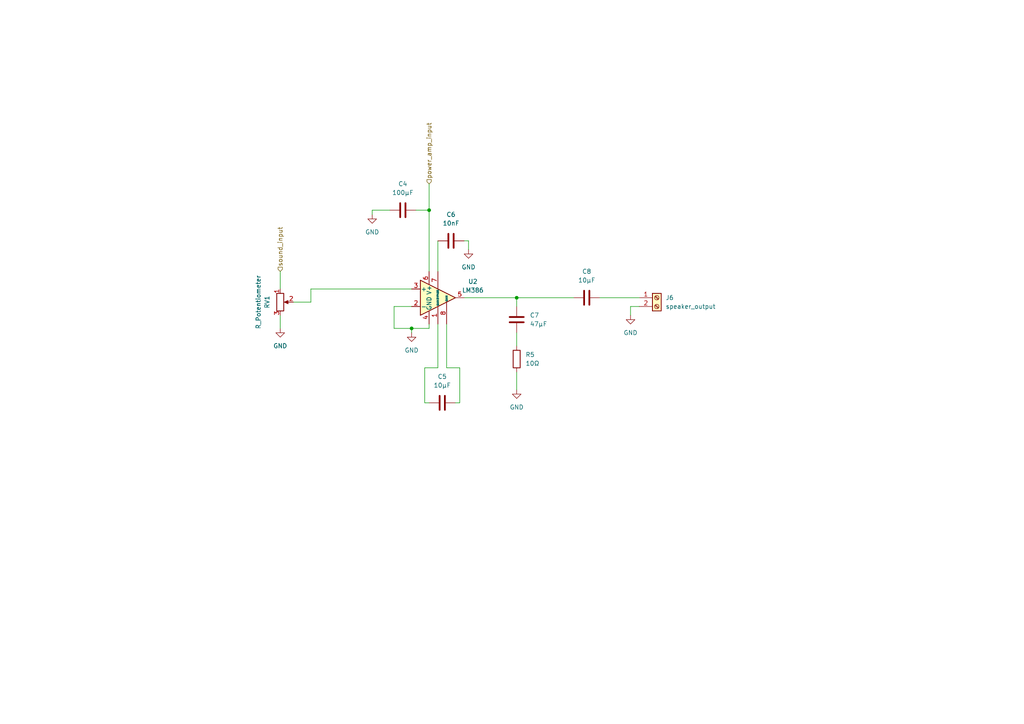
<source format=kicad_sch>
(kicad_sch (version 20230121) (generator eeschema)
  (paper "A4")
  (title_block (title "Internet_of_Plants") (date "2023-09-29") (company "DeVinci Innovation Center") (comment 1 "Author : SEGUI Matthieu"))
  (lib_symbols
    (symbol "Amplifier_Audio:LM386" (pin_names (offset 0.127))
      (property "Reference" "U" (at 1.27 7.62 0))
      (property "Value" "LM386" (at 1.27 5.08 0))
      (symbol "LM386_0_1"
        (polyline (pts (xy 5.08 0) (xy -5.08 5.08) (xy -5.08 -5.08) (xy 5.08 0)) (stroke (width 0.254)) (fill (type background)))
      )
      (symbol "LM386_1_1"
        (pin input line (at 0 -7.62 90) (length 5.08) (name "GAIN") (number "1"))
        (pin input line (at -7.62 -2.54 0) (length 2.54) (name "-") (number "2"))
        (pin input line (at -7.62 2.54 0) (length 2.54) (name "+") (number "3"))
        (pin power_in line (at -2.54 -7.62 90) (length 3.81) (name "GND") (number "4"))
        (pin output line (at 7.62 0 180) (length 2.54) (name "~") (number "5"))
        (pin power_in line (at -2.54 7.62 270) (length 3.81) (name "V+") (number "6"))
        (pin input line (at 0 7.62 270) (length 5.08) (name "BYPASS") (number "7"))
        (pin input line (at 2.54 -7.62 90) (length 6.35) (name "GAIN") (number "8"))
      )
    )
    (symbol "Connector:Screw_Terminal_01x02" (pin_names (offset 1.016) hide)
      (property "Reference" "J" (at 0 2.54 0))
      (property "Value" "Screw_Terminal_01x02" (at 0 -5.08 0))
      (symbol "Screw_Terminal_01x02_1_1"
        (rectangle (start -1.27 1.27) (end 1.27 -3.81) (stroke (width 0.254)) (fill (type background)))
        (circle (center 0 -2.54) (radius 0.635) (stroke (width 0.1524)))
        (polyline (pts (xy -0.5334 -2.2098) (xy 0.3302 -3.048)) (stroke (width 0.1524)))
        (polyline (pts (xy -0.5334 0.3302) (xy 0.3302 -0.508)) (stroke (width 0.1524)))
        (polyline (pts (xy -0.3556 -2.032) (xy 0.508 -2.8702)) (stroke (width 0.1524)))
        (polyline (pts (xy -0.3556 0.508) (xy 0.508 -0.3302)) (stroke (width 0.1524)))
        (circle (center 0 0) (radius 0.635) (stroke (width 0.1524)))
        (pin passive line (at -5.08 0 0) (length 3.81) (name "Pin_1") (number "1"))
        (pin passive line (at -5.08 -2.54 0) (length 3.81) (name "Pin_2") (number "2"))
      )
    )
    (symbol "Device:C" (pin_numbers hide) (pin_names (offset 0.254))
      (property "Reference" "C" (at 0.635 2.54 0))
      (property "Value" "C" (at 0.635 -2.54 0))
      (symbol "C_0_1"
        (polyline (pts (xy -2.032 -0.762) (xy 2.032 -0.762)) (stroke (width 0.508)))
        (polyline (pts (xy -2.032 0.762) (xy 2.032 0.762)) (stroke (width 0.508)))
      )
      (symbol "C_1_1"
        (pin passive line (at 0 3.81 270) (length 2.794) (name "~") (number "1"))
        (pin passive line (at 0 -3.81 90) (length 2.794) (name "~") (number "2"))
      )
    )
    (symbol "Device:R" (pin_numbers hide) (pin_names (offset 0))
      (property "Reference" "R" (at 2.032 0 90))
      (property "Value" "R" (at 0 0 90))
      (symbol "R_0_1"
        (rectangle (start -1.016 -2.54) (end 1.016 2.54) (stroke (width 0.254)))
      )
      (symbol "R_1_1"
        (pin passive line (at 0 3.81 270) (length 1.27) (name "~") (number "1"))
        (pin passive line (at 0 -3.81 90) (length 1.27) (name "~") (number "2"))
      )
    )
    (symbol "Device:R_Potentiometer" (pin_names (offset 1.016) hide)
      (property "Reference" "RV" (at -4.445 0 90))
      (property "Value" "R_Potentiometer" (at -2.54 0 90))
      (symbol "R_Potentiometer_0_1"
        (polyline (pts (xy 2.54 0) (xy 1.524 0)))
        (polyline (pts (xy 1.143 0) (xy 2.286 0.508) (xy 2.286 -0.508) (xy 1.143 0)) (fill (type outline)))
        (rectangle (start 1.016 2.54) (end -1.016 -2.54) (stroke (width 0.254)))
      )
      (symbol "R_Potentiometer_1_1"
        (pin passive line (at 0 3.81 270) (length 1.27) (name "1") (number "1"))
        (pin passive line (at 3.81 0 180) (length 1.27) (name "2") (number "2"))
        (pin passive line (at 0 -3.81 90) (length 1.27) (name "3") (number "3"))
      )
    )
    (symbol "power:GND" (power) (pin_names (offset 0))
      (property "Value" "GND" (at 0 -3.81 0))
      (symbol "GND_0_1"
        (polyline (pts (xy 0 0) (xy 0 -1.27) (xy 1.27 -1.27) (xy 0 -2.54) (xy -1.27 -1.27) (xy 0 -1.27)))
      )
      (symbol "GND_1_1"
        (pin power_in line (at 0 0 270) (length 0) hide (name "GND") (number "1"))
      )
    )
  )
  (junction (at 119.38 95.25))
  (junction (at 124.46 60.96))
  (junction (at 149.86 86.36))
  (wire (pts (xy 182.88 88.9) (xy 182.88 91.44)))
  (wire (pts (xy 123.19 116.84) (xy 124.46 116.84)))
  (wire (pts (xy 119.38 83.82) (xy 90.17 83.82)))
  (wire (pts (xy 81.28 91.44) (xy 81.28 95.25)))
  (wire (pts (xy 114.3 88.9) (xy 114.3 95.25)))
  (wire (pts (xy 127 106.68) (xy 123.19 106.68)))
  (wire (pts (xy 133.35 116.84) (xy 132.08 116.84)))
  (wire (pts (xy 135.89 69.85) (xy 135.89 72.39)))
  (wire (pts (xy 134.62 86.36) (xy 149.86 86.36)))
  (wire (pts (xy 124.46 93.98) (xy 124.46 95.25)))
  (wire (pts (xy 124.46 53.34) (xy 124.46 60.96)))
  (wire (pts (xy 127 69.85) (xy 127 78.74)))
  (wire (pts (xy 129.54 93.98) (xy 129.54 106.68)))
  (wire (pts (xy 149.86 86.36) (xy 166.37 86.36)))
  (wire (pts (xy 119.38 95.25) (xy 119.38 96.52)))
  (wire (pts (xy 119.38 88.9) (xy 114.3 88.9)))
  (wire (pts (xy 127 93.98) (xy 127 106.68)))
  (wire (pts (xy 149.86 107.95) (xy 149.86 113.03)))
  (wire (pts (xy 123.19 106.68) (xy 123.19 116.84)))
  (wire (pts (xy 185.42 88.9) (xy 182.88 88.9)))
  (wire (pts (xy 134.62 69.85) (xy 135.89 69.85)))
  (wire (pts (xy 120.65 60.96) (xy 124.46 60.96)))
  (wire (pts (xy 90.17 87.63) (xy 85.09 87.63)))
  (wire (pts (xy 81.28 78.74) (xy 81.28 83.82)))
  (wire (pts (xy 119.38 95.25) (xy 124.46 95.25)))
  (wire (pts (xy 129.54 106.68) (xy 133.35 106.68)))
  (wire (pts (xy 113.03 60.96) (xy 107.95 60.96)))
  (wire (pts (xy 173.99 86.36) (xy 185.42 86.36)))
  (wire (pts (xy 149.86 96.52) (xy 149.86 100.33)))
  (wire (pts (xy 114.3 95.25) (xy 119.38 95.25)))
  (wire (pts (xy 149.86 86.36) (xy 149.86 88.9)))
  (wire (pts (xy 133.35 106.68) (xy 133.35 116.84)))
  (wire (pts (xy 90.17 83.82) (xy 90.17 87.63)))
  (wire (pts (xy 124.46 60.96) (xy 124.46 78.74)))
  (wire (pts (xy 107.95 60.96) (xy 107.95 62.23)))
  (hierarchical_label "power_amp_input" (shape input) (at 124.46 53.34 90))
  (hierarchical_label "sound_input" (shape input) (at 81.28 78.74 90))
  (symbol (lib_id "Device:C") (at 149.86 92.71 0) (unit 1)
    (property "Reference" "C7" (at 153.67 91.4399 0) (effects (justify left)))
    (property "Value" "47μF" (at 153.67 93.9799 0) (effects (justify left)))
    (property "Footprint" "Capacitor_THT:CP_Radial_D8.0mm_P3.80mm" (effects hide))
  )
  (symbol (lib_id "Device:R_Potentiometer") (at 81.28 87.63 0) (unit 1)
    (property "Reference" "RV1" (at 77.47 87.63 90))
    (property "Value" "R_Potentiometer" (at 74.93 87.63 90))
    (property "Footprint" "Potentiometer_THT:Potentiometer_ACP_CA9-V10_Vertical" (effects hide))
  )
  (symbol (lib_id "Device:R") (at 149.86 104.14 0) (unit 1)
    (property "Reference" "R5" (at 152.4 102.8699 0) (effects (justify left)))
    (property "Value" "10Ω" (at 152.4 105.4099 0) (effects (justify left)))
    (property "Footprint" "Resistor_SMD:R_1206_3216Metric_Pad1.30x1.75mm_HandSolder" (effects hide))
  )
  (symbol (lib_id "Connector:Screw_Terminal_01x02") (at 190.5 86.36 0) (unit 1)
    (property "Reference" "J6" (at 193.04 86.3599 0) (effects (justify left)))
    (property "Value" "speaker_output" (at 193.04 88.8999 0) (effects (justify left)))
    (property "Footprint" "TerminalBlock:TerminalBlock_bornier-2_P5.08mm" (effects hide))
  )
  (symbol (lib_id "power:GND") (at 81.28 95.25 0) (unit 1)
    (property "Reference" "#PWR08" (effects hide))
    (property "Value" "GND" (at 81.28 100.33 0))
  )
  (symbol (lib_id "power:GND") (at 182.88 91.44 0) (unit 1)
    (property "Reference" "#PWR013" (effects hide))
    (property "Value" "GND" (at 182.88 96.52 0))
  )
  (symbol (lib_id "power:GND") (at 107.95 62.23 0) (unit 1)
    (property "Reference" "#PWR09" (effects hide))
    (property "Value" "GND" (at 107.95 67.31 0))
  )
  (symbol (lib_id "Device:C") (at 130.81 69.85 90) (unit 1)
    (property "Reference" "C6" (at 130.81 62.23 90))
    (property "Value" "10nF" (at 130.81 64.77 90))
    (property "Footprint" "Capacitor_SMD:C_0603_1608Metric_Pad1.08x0.95mm_HandSolder" (effects hide))
  )
  (symbol (lib_id "power:GND") (at 149.86 113.03 0) (unit 1)
    (property "Reference" "#PWR012" (effects hide))
    (property "Value" "GND" (at 149.86 118.11 0))
  )
  (symbol (lib_id "power:GND") (at 135.89 72.39 0) (unit 1)
    (property "Reference" "#PWR011" (effects hide))
    (property "Value" "GND" (at 135.89 77.47 0))
  )
  (symbol (lib_id "Device:C") (at 128.27 116.84 90) (unit 1)
    (property "Reference" "C5" (at 128.27 109.22 90))
    (property "Value" "10μF" (at 128.27 111.76 90))
    (property "Footprint" "Capacitor_SMD:C_0603_1608Metric_Pad1.08x0.95mm_HandSolder" (effects hide))
  )
  (symbol (lib_id "Device:C") (at 170.18 86.36 90) (unit 1)
    (property "Reference" "C8" (at 170.18 78.74 90))
    (property "Value" "10μF" (at 170.18 81.28 90))
    (property "Footprint" "Capacitor_SMD:C_0603_1608Metric_Pad1.08x0.95mm_HandSolder" (effects hide))
  )
  (symbol (lib_id "Device:C") (at 116.84 60.96 90) (unit 1)
    (property "Reference" "C4" (at 116.84 53.34 90))
    (property "Value" "100μF" (at 116.84 55.88 90))
    (property "Footprint" "Capacitor_THT:CP_Radial_D8.0mm_P3.80mm" (effects hide))
  )
  (symbol (lib_id "power:GND") (at 119.38 96.52 0) (unit 1)
    (property "Reference" "#PWR010" (effects hide))
    (property "Value" "GND" (at 119.38 101.6 0))
  )
  (symbol (lib_id "Amplifier_Audio:LM386") (at 127 86.36 0) (unit 1)
    (property "Reference" "U2" (at 137.16 81.661 0))
    (property "Value" "LM386" (at 137.16 84.201 0))
    (property "Footprint" "Package_DIP:DIP-8_W7.62mm_Socket_LongPads" (effects hide))
    (property "Datasheet" "http://www.ti.com/lit/ds/symlink/lm386.pdf" (effects hide))
  )
)
</source>
